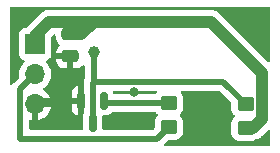
<source format=gbr>
%TF.GenerationSoftware,KiCad,Pcbnew,(6.0.2)*%
%TF.CreationDate,2022-03-07T20:12:54-06:00*%
%TF.ProjectId,bike_alarm,62696b65-5f61-46c6-9172-6d2e6b696361,rev?*%
%TF.SameCoordinates,Original*%
%TF.FileFunction,Copper,L1,Top*%
%TF.FilePolarity,Positive*%
%FSLAX46Y46*%
G04 Gerber Fmt 4.6, Leading zero omitted, Abs format (unit mm)*
G04 Created by KiCad (PCBNEW (6.0.2)) date 2022-03-07 20:12:54*
%MOMM*%
%LPD*%
G01*
G04 APERTURE LIST*
G04 Aperture macros list*
%AMRoundRect*
0 Rectangle with rounded corners*
0 $1 Rounding radius*
0 $2 $3 $4 $5 $6 $7 $8 $9 X,Y pos of 4 corners*
0 Add a 4 corners polygon primitive as box body*
4,1,4,$2,$3,$4,$5,$6,$7,$8,$9,$2,$3,0*
0 Add four circle primitives for the rounded corners*
1,1,$1+$1,$2,$3*
1,1,$1+$1,$4,$5*
1,1,$1+$1,$6,$7*
1,1,$1+$1,$8,$9*
0 Add four rect primitives between the rounded corners*
20,1,$1+$1,$2,$3,$4,$5,0*
20,1,$1+$1,$4,$5,$6,$7,0*
20,1,$1+$1,$6,$7,$8,$9,0*
20,1,$1+$1,$8,$9,$2,$3,0*%
G04 Aperture macros list end*
%TA.AperFunction,SMDPad,CuDef*%
%ADD10RoundRect,0.250000X0.450000X-0.350000X0.450000X0.350000X-0.450000X0.350000X-0.450000X-0.350000X0*%
%TD*%
%TA.AperFunction,SMDPad,CuDef*%
%ADD11RoundRect,0.250000X-0.475000X0.250000X-0.475000X-0.250000X0.475000X-0.250000X0.475000X0.250000X0*%
%TD*%
%TA.AperFunction,SMDPad,CuDef*%
%ADD12RoundRect,0.150000X-0.150000X0.587500X-0.150000X-0.587500X0.150000X-0.587500X0.150000X0.587500X0*%
%TD*%
%TA.AperFunction,ComponentPad*%
%ADD13R,1.700000X1.700000*%
%TD*%
%TA.AperFunction,ComponentPad*%
%ADD14O,1.700000X1.700000*%
%TD*%
%TA.AperFunction,ComponentPad*%
%ADD15C,1.000000*%
%TD*%
%TA.AperFunction,ViaPad*%
%ADD16C,0.800000*%
%TD*%
%TA.AperFunction,Conductor*%
%ADD17C,0.500000*%
%TD*%
%TA.AperFunction,Conductor*%
%ADD18C,1.000000*%
%TD*%
G04 APERTURE END LIST*
D10*
%TO.P,R2,1*%
%TO.N,+3V3*%
X138957000Y-88473000D03*
%TO.P,R2,2*%
%TO.N,Net-(Q1-Pad3)*%
X138957000Y-86473000D03*
%TD*%
%TO.P,R1,1*%
%TO.N,/ALARM_CTRL*%
X132461000Y-88392000D03*
%TO.P,R1,2*%
%TO.N,Net-(Q1-Pad1)*%
X132461000Y-86392000D03*
%TD*%
D11*
%TO.P,C1,1*%
%TO.N,+3V3*%
X124125000Y-80550000D03*
%TO.P,C1,2*%
%TO.N,GND*%
X124125000Y-82450000D03*
%TD*%
D12*
%TO.P,Q1,1,G*%
%TO.N,Net-(Q1-Pad1)*%
X126953000Y-86184500D03*
%TO.P,Q1,2,S*%
%TO.N,GND*%
X125053000Y-86184500D03*
%TO.P,Q1,3,D*%
%TO.N,Net-(Q1-Pad3)*%
X126003000Y-88059500D03*
%TD*%
D13*
%TO.P,J1,1,Pin_1*%
%TO.N,+3V3*%
X121158000Y-81407000D03*
D14*
%TO.P,J1,2,Pin_2*%
%TO.N,/ALARM_CTRL*%
X121158000Y-83947000D03*
%TO.P,J1,3,Pin_3*%
%TO.N,GND*%
X121158000Y-86487000D03*
%TD*%
D15*
%TO.P,Y1,1,1*%
%TO.N,Net-(Q1-Pad3)*%
X126111000Y-82042000D03*
%TO.P,Y1,2,2*%
%TO.N,+3V3*%
X126111000Y-79502000D03*
%TD*%
D16*
%TO.N,GND*%
X129540000Y-85471000D03*
X119761000Y-78867000D03*
X129540000Y-88011000D03*
X135636000Y-88138000D03*
%TD*%
D17*
%TO.N,Net-(Q1-Pad1)*%
X127160500Y-86392000D02*
X126953000Y-86184500D01*
X132461000Y-86392000D02*
X127160500Y-86392000D01*
%TO.N,GND*%
X121460500Y-86184500D02*
X121158000Y-86487000D01*
X125053000Y-86184500D02*
X121460500Y-86184500D01*
%TO.N,/ALARM_CTRL*%
X119858489Y-89378489D02*
X119888000Y-89408000D01*
X119888000Y-89408000D02*
X131445000Y-89408000D01*
X121158000Y-83947000D02*
X119858489Y-85246511D01*
X131445000Y-89408000D02*
X132461000Y-88392000D01*
X119858489Y-85246511D02*
X119858489Y-89378489D01*
D18*
%TO.N,+3V3*%
X140356520Y-83841520D02*
X140356520Y-87731480D01*
X126111000Y-79502000D02*
X136017000Y-79502000D01*
X121158000Y-80692000D02*
X122348000Y-79502000D01*
X139615000Y-88473000D02*
X138957000Y-88473000D01*
X124125000Y-80550000D02*
X125063000Y-80550000D01*
X126111000Y-79502000D02*
X122348000Y-79502000D01*
X121158000Y-81407000D02*
X121158000Y-80692000D01*
X140356520Y-87731480D02*
X139615000Y-88473000D01*
X125063000Y-80550000D02*
X126111000Y-79502000D01*
X136017000Y-79502000D02*
X140356520Y-83841520D01*
D17*
%TO.N,Net-(Q1-Pad3)*%
X126003000Y-88059500D02*
X126003000Y-84690000D01*
X126003000Y-84690000D02*
X126111000Y-84582000D01*
X126111000Y-84582000D02*
X126111000Y-82042000D01*
X137066000Y-84582000D02*
X138957000Y-86473000D01*
X126111000Y-84582000D02*
X137066000Y-84582000D01*
%TD*%
%TA.AperFunction,Conductor*%
%TO.N,GND*%
G36*
X136767750Y-85360502D02*
G01*
X136788724Y-85377405D01*
X137711595Y-86300276D01*
X137745621Y-86362588D01*
X137748500Y-86389371D01*
X137748500Y-86873400D01*
X137748837Y-86876646D01*
X137748837Y-86876650D01*
X137751612Y-86903389D01*
X137759474Y-86979166D01*
X137815450Y-87146946D01*
X137908522Y-87297348D01*
X137987961Y-87376648D01*
X137995109Y-87383784D01*
X138029188Y-87446066D01*
X138024185Y-87516886D01*
X137995264Y-87561975D01*
X137907695Y-87649697D01*
X137903855Y-87655927D01*
X137903854Y-87655928D01*
X137868655Y-87713032D01*
X137814885Y-87800262D01*
X137812581Y-87807209D01*
X137784228Y-87892692D01*
X137759203Y-87968139D01*
X137758503Y-87974975D01*
X137758502Y-87974978D01*
X137754091Y-88018031D01*
X137748500Y-88072600D01*
X137748500Y-88873400D01*
X137748837Y-88876646D01*
X137748837Y-88876650D01*
X137751612Y-88903389D01*
X137759474Y-88979166D01*
X137815450Y-89146946D01*
X137908522Y-89297348D01*
X137913704Y-89302521D01*
X137946536Y-89335296D01*
X138033697Y-89422305D01*
X138039927Y-89426145D01*
X138039928Y-89426146D01*
X138165223Y-89503379D01*
X138184262Y-89515115D01*
X138251465Y-89537405D01*
X138345611Y-89568632D01*
X138345613Y-89568632D01*
X138352139Y-89570797D01*
X138358975Y-89571497D01*
X138358978Y-89571498D01*
X138402031Y-89575909D01*
X138456600Y-89581500D01*
X139457400Y-89581500D01*
X139460646Y-89581163D01*
X139460650Y-89581163D01*
X139556308Y-89571238D01*
X139556312Y-89571237D01*
X139563166Y-89570526D01*
X139569702Y-89568345D01*
X139569704Y-89568345D01*
X139632372Y-89547437D01*
X139730946Y-89514550D01*
X139737167Y-89510700D01*
X139737172Y-89510698D01*
X139789624Y-89478240D01*
X139819502Y-89464765D01*
X139900834Y-89440209D01*
X139901967Y-89439874D01*
X139985414Y-89415630D01*
X139985418Y-89415628D01*
X139991336Y-89413909D01*
X139996068Y-89411456D01*
X140001169Y-89409916D01*
X140006612Y-89407022D01*
X140083260Y-89366269D01*
X140084426Y-89365657D01*
X140161453Y-89325729D01*
X140166926Y-89322892D01*
X140171089Y-89319569D01*
X140175796Y-89317066D01*
X140247918Y-89258245D01*
X140248774Y-89257554D01*
X140287973Y-89226262D01*
X140290477Y-89223758D01*
X140291195Y-89223116D01*
X140295528Y-89219415D01*
X140329062Y-89192065D01*
X140358291Y-89156733D01*
X140366272Y-89147963D01*
X140826905Y-88687330D01*
X140889217Y-88653305D01*
X140960032Y-88658369D01*
X141016868Y-88700916D01*
X141041679Y-88767436D01*
X141042000Y-88776425D01*
X141042000Y-89941000D01*
X141021998Y-90009121D01*
X140968342Y-90055614D01*
X140916000Y-90067000D01*
X132162871Y-90067000D01*
X132094750Y-90046998D01*
X132048257Y-89993342D01*
X132038153Y-89923068D01*
X132067647Y-89858488D01*
X132073776Y-89851905D01*
X132388276Y-89537405D01*
X132450588Y-89503379D01*
X132477371Y-89500500D01*
X132961400Y-89500500D01*
X132964646Y-89500163D01*
X132964650Y-89500163D01*
X133060308Y-89490238D01*
X133060312Y-89490237D01*
X133067166Y-89489526D01*
X133073702Y-89487345D01*
X133073704Y-89487345D01*
X133227998Y-89435868D01*
X133234946Y-89433550D01*
X133385348Y-89340478D01*
X133510305Y-89215303D01*
X133514146Y-89209072D01*
X133599275Y-89070968D01*
X133599276Y-89070966D01*
X133603115Y-89064738D01*
X133631498Y-88979166D01*
X133656632Y-88903389D01*
X133656632Y-88903387D01*
X133658797Y-88896861D01*
X133661536Y-88870134D01*
X133669172Y-88795598D01*
X133669500Y-88792400D01*
X133669500Y-87991600D01*
X133669163Y-87988350D01*
X133659238Y-87892692D01*
X133659237Y-87892688D01*
X133658526Y-87885834D01*
X133628748Y-87796577D01*
X133604868Y-87725002D01*
X133602550Y-87718054D01*
X133509478Y-87567652D01*
X133422891Y-87481216D01*
X133388812Y-87418934D01*
X133393815Y-87348114D01*
X133422736Y-87303025D01*
X133505134Y-87220483D01*
X133510305Y-87215303D01*
X133517033Y-87204388D01*
X133599275Y-87070968D01*
X133599276Y-87070966D01*
X133603115Y-87064738D01*
X133631498Y-86979166D01*
X133656632Y-86903389D01*
X133656632Y-86903387D01*
X133658797Y-86896861D01*
X133661536Y-86870134D01*
X133669172Y-86795598D01*
X133669500Y-86792400D01*
X133669500Y-85991600D01*
X133669163Y-85988350D01*
X133659238Y-85892692D01*
X133659237Y-85892688D01*
X133658526Y-85885834D01*
X133645842Y-85847814D01*
X133604868Y-85725002D01*
X133602550Y-85718054D01*
X133509478Y-85567652D01*
X133504296Y-85562479D01*
X133504292Y-85562474D01*
X133497479Y-85555673D01*
X133463399Y-85493391D01*
X133468402Y-85422571D01*
X133510899Y-85365698D01*
X133577397Y-85340829D01*
X133586496Y-85340500D01*
X136699629Y-85340500D01*
X136767750Y-85360502D01*
G37*
%TD.AperFunction*%
%TA.AperFunction,Conductor*%
G36*
X122809532Y-80570868D02*
G01*
X122866368Y-80613415D01*
X122891179Y-80679935D01*
X122891500Y-80688924D01*
X122891500Y-80850400D01*
X122902474Y-80956166D01*
X122958450Y-81123946D01*
X123051522Y-81274348D01*
X123176697Y-81399305D01*
X123181235Y-81402102D01*
X123221824Y-81459353D01*
X123225054Y-81530276D01*
X123189428Y-81591687D01*
X123180932Y-81599062D01*
X123170793Y-81607098D01*
X123056261Y-81721829D01*
X123047249Y-81733240D01*
X122962184Y-81871243D01*
X122956037Y-81884424D01*
X122904862Y-82038710D01*
X122901995Y-82052086D01*
X122892328Y-82146438D01*
X122892000Y-82152855D01*
X122892000Y-82177885D01*
X122896475Y-82193124D01*
X122897865Y-82194329D01*
X122905548Y-82196000D01*
X124253000Y-82196000D01*
X124321121Y-82216002D01*
X124367614Y-82269658D01*
X124379000Y-82322000D01*
X124379000Y-83439884D01*
X124383475Y-83455123D01*
X124384865Y-83456328D01*
X124392548Y-83457999D01*
X124647095Y-83457999D01*
X124653614Y-83457662D01*
X124749206Y-83447743D01*
X124762600Y-83444851D01*
X124916784Y-83393412D01*
X124929962Y-83387239D01*
X125067807Y-83301937D01*
X125079208Y-83292901D01*
X125137327Y-83234681D01*
X125199610Y-83200602D01*
X125270430Y-83205605D01*
X125327303Y-83248102D01*
X125352171Y-83314601D01*
X125352500Y-83323699D01*
X125352500Y-84262365D01*
X125340650Y-84315710D01*
X125322345Y-84354875D01*
X125320442Y-84358769D01*
X125287231Y-84423808D01*
X125285492Y-84430916D01*
X125283393Y-84436559D01*
X125281476Y-84442322D01*
X125278378Y-84448950D01*
X125276888Y-84456112D01*
X125276888Y-84456113D01*
X125263514Y-84520412D01*
X125262544Y-84524696D01*
X125245192Y-84595610D01*
X125244500Y-84606764D01*
X125244464Y-84606762D01*
X125244225Y-84610755D01*
X125243851Y-84614947D01*
X125242360Y-84622115D01*
X125242558Y-84629432D01*
X125244454Y-84699521D01*
X125244500Y-84702928D01*
X125244500Y-87188246D01*
X125239497Y-87223398D01*
X125205243Y-87341305D01*
X125197438Y-87368169D01*
X125196934Y-87374574D01*
X125196933Y-87374579D01*
X125194693Y-87403042D01*
X125194500Y-87405498D01*
X125194500Y-88523500D01*
X125174498Y-88591621D01*
X125120842Y-88638114D01*
X125068500Y-88649500D01*
X120742989Y-88649500D01*
X120674868Y-88629498D01*
X120628375Y-88575842D01*
X120616989Y-88523500D01*
X120616989Y-87916194D01*
X120636991Y-87848073D01*
X120690647Y-87801580D01*
X120760921Y-87791476D01*
X120778144Y-87795198D01*
X120782891Y-87796577D01*
X120886250Y-87817606D01*
X120900299Y-87816410D01*
X120904000Y-87806065D01*
X120904000Y-87805517D01*
X121412000Y-87805517D01*
X121416064Y-87819359D01*
X121429478Y-87821393D01*
X121436184Y-87820534D01*
X121446262Y-87818392D01*
X121650255Y-87757191D01*
X121659842Y-87753433D01*
X121851095Y-87659739D01*
X121859945Y-87654464D01*
X122033328Y-87530792D01*
X122041200Y-87524139D01*
X122192052Y-87373812D01*
X122198730Y-87365965D01*
X122323003Y-87193020D01*
X122328313Y-87184183D01*
X122422670Y-86993267D01*
X122426469Y-86983672D01*
X122471340Y-86835984D01*
X124245001Y-86835984D01*
X124245195Y-86840920D01*
X124247430Y-86869336D01*
X124249730Y-86881931D01*
X124292107Y-87027790D01*
X124298352Y-87042221D01*
X124374911Y-87171678D01*
X124384551Y-87184104D01*
X124490896Y-87290449D01*
X124503322Y-87300089D01*
X124632779Y-87376648D01*
X124647210Y-87382893D01*
X124781605Y-87421939D01*
X124795706Y-87421899D01*
X124799000Y-87414630D01*
X124799000Y-86456615D01*
X124794525Y-86441376D01*
X124793135Y-86440171D01*
X124785452Y-86438500D01*
X124263116Y-86438500D01*
X124247877Y-86442975D01*
X124246672Y-86444365D01*
X124245001Y-86452048D01*
X124245001Y-86835984D01*
X122471340Y-86835984D01*
X122488377Y-86779910D01*
X122490555Y-86769837D01*
X122491986Y-86758962D01*
X122489775Y-86744778D01*
X122476617Y-86741000D01*
X121430115Y-86741000D01*
X121414876Y-86745475D01*
X121413671Y-86746865D01*
X121412000Y-86754548D01*
X121412000Y-87805517D01*
X120904000Y-87805517D01*
X120904000Y-86359000D01*
X120924002Y-86290879D01*
X120977658Y-86244386D01*
X121030000Y-86233000D01*
X122476344Y-86233000D01*
X122489875Y-86229027D01*
X122491180Y-86219947D01*
X122449214Y-86052875D01*
X122445894Y-86043124D01*
X122389048Y-85912385D01*
X124245000Y-85912385D01*
X124249475Y-85927624D01*
X124250865Y-85928829D01*
X124258548Y-85930500D01*
X124780885Y-85930500D01*
X124796124Y-85926025D01*
X124797329Y-85924635D01*
X124799000Y-85916952D01*
X124799000Y-84960122D01*
X124795027Y-84946591D01*
X124787129Y-84945456D01*
X124647210Y-84986107D01*
X124632779Y-84992352D01*
X124503322Y-85068911D01*
X124490896Y-85078551D01*
X124384551Y-85184896D01*
X124374911Y-85197322D01*
X124298352Y-85326779D01*
X124292107Y-85341210D01*
X124249731Y-85487065D01*
X124247430Y-85499667D01*
X124245193Y-85528084D01*
X124245000Y-85533014D01*
X124245000Y-85912385D01*
X122389048Y-85912385D01*
X122360972Y-85847814D01*
X122356105Y-85838739D01*
X122240426Y-85659926D01*
X122234136Y-85651757D01*
X122090806Y-85494240D01*
X122083273Y-85487215D01*
X121916139Y-85355222D01*
X121907556Y-85349520D01*
X121870602Y-85329120D01*
X121820631Y-85278687D01*
X121805859Y-85209245D01*
X121830975Y-85142839D01*
X121858327Y-85116232D01*
X121881797Y-85099491D01*
X122037860Y-84988173D01*
X122045742Y-84980319D01*
X122181306Y-84845227D01*
X122196096Y-84830489D01*
X122326453Y-84649077D01*
X122339779Y-84622115D01*
X122423136Y-84453453D01*
X122423137Y-84453451D01*
X122425430Y-84448811D01*
X122490370Y-84235069D01*
X122519529Y-84013590D01*
X122519975Y-83995350D01*
X122521074Y-83950365D01*
X122521074Y-83950361D01*
X122521156Y-83947000D01*
X122502852Y-83724361D01*
X122448431Y-83507702D01*
X122359354Y-83302840D01*
X122238014Y-83115277D01*
X122234532Y-83111450D01*
X122090798Y-82953488D01*
X122059746Y-82889642D01*
X122068141Y-82819143D01*
X122113317Y-82764375D01*
X122139761Y-82750706D01*
X122149393Y-82747095D01*
X122892001Y-82747095D01*
X122892338Y-82753610D01*
X122902257Y-82849206D01*
X122905149Y-82862600D01*
X122956588Y-83016784D01*
X122962761Y-83029962D01*
X123048063Y-83167807D01*
X123057099Y-83179208D01*
X123171829Y-83293739D01*
X123183240Y-83302751D01*
X123321243Y-83387816D01*
X123334424Y-83393963D01*
X123488710Y-83445138D01*
X123502086Y-83448005D01*
X123596438Y-83457672D01*
X123602854Y-83458000D01*
X123852885Y-83458000D01*
X123868124Y-83453525D01*
X123869329Y-83452135D01*
X123871000Y-83444452D01*
X123871000Y-82722115D01*
X123866525Y-82706876D01*
X123865135Y-82705671D01*
X123857452Y-82704000D01*
X122910116Y-82704000D01*
X122894877Y-82708475D01*
X122893672Y-82709865D01*
X122892001Y-82717548D01*
X122892001Y-82747095D01*
X122149393Y-82747095D01*
X122246297Y-82710767D01*
X122254705Y-82707615D01*
X122371261Y-82620261D01*
X122458615Y-82503705D01*
X122509745Y-82367316D01*
X122516500Y-82305134D01*
X122516500Y-80811924D01*
X122536502Y-80743803D01*
X122553405Y-80722829D01*
X122676405Y-80599829D01*
X122738717Y-80565803D01*
X122809532Y-80570868D01*
G37*
%TD.AperFunction*%
%TA.AperFunction,Conductor*%
G36*
X131369693Y-87170502D02*
G01*
X131403495Y-87204888D01*
X131404125Y-87204388D01*
X131408668Y-87210120D01*
X131412522Y-87216348D01*
X131498846Y-87302521D01*
X131499109Y-87302784D01*
X131533188Y-87365066D01*
X131528185Y-87435886D01*
X131499264Y-87480975D01*
X131491873Y-87488379D01*
X131411695Y-87568697D01*
X131407855Y-87574927D01*
X131407854Y-87574928D01*
X131355576Y-87659739D01*
X131318885Y-87719262D01*
X131316581Y-87726209D01*
X131276161Y-87848073D01*
X131263203Y-87887139D01*
X131252500Y-87991600D01*
X131252500Y-88475629D01*
X131232498Y-88543750D01*
X131215595Y-88564724D01*
X131167724Y-88612595D01*
X131105412Y-88646621D01*
X131078629Y-88649500D01*
X126937500Y-88649500D01*
X126869379Y-88629498D01*
X126822886Y-88575842D01*
X126811500Y-88523500D01*
X126811500Y-87556500D01*
X126831502Y-87488379D01*
X126885158Y-87441886D01*
X126937500Y-87430500D01*
X127169502Y-87430500D01*
X127171950Y-87430307D01*
X127171958Y-87430307D01*
X127200421Y-87428067D01*
X127200426Y-87428066D01*
X127206831Y-87427562D01*
X127306769Y-87398528D01*
X127358988Y-87383357D01*
X127358990Y-87383356D01*
X127366601Y-87381145D01*
X127435365Y-87340478D01*
X127502980Y-87300491D01*
X127502983Y-87300489D01*
X127509807Y-87296453D01*
X127618855Y-87187405D01*
X127681167Y-87153379D01*
X127707950Y-87150500D01*
X131301572Y-87150500D01*
X131369693Y-87170502D01*
G37*
%TD.AperFunction*%
%TA.AperFunction,Conductor*%
G36*
X131403799Y-85360502D02*
G01*
X131450292Y-85414158D01*
X131460396Y-85484432D01*
X131430902Y-85549012D01*
X131424851Y-85555518D01*
X131411695Y-85568697D01*
X131407854Y-85574928D01*
X131403317Y-85580673D01*
X131401987Y-85579623D01*
X131355893Y-85621108D01*
X131301403Y-85633500D01*
X127886080Y-85633500D01*
X127817959Y-85613498D01*
X127771466Y-85559842D01*
X127760468Y-85517386D01*
X127759067Y-85499582D01*
X127759067Y-85499579D01*
X127758562Y-85493169D01*
X127757221Y-85488552D01*
X127764597Y-85418531D01*
X127809028Y-85363155D01*
X127881109Y-85340500D01*
X131335678Y-85340500D01*
X131403799Y-85360502D01*
G37*
%TD.AperFunction*%
%TA.AperFunction,Conductor*%
G36*
X140984121Y-78253002D02*
G01*
X141030614Y-78306658D01*
X141042000Y-78359000D01*
X141042000Y-82796575D01*
X141021998Y-82864696D01*
X140968342Y-82911189D01*
X140898068Y-82921293D01*
X140833488Y-82891799D01*
X140826905Y-82885670D01*
X136773855Y-78832621D01*
X136764753Y-78822478D01*
X136744897Y-78797782D01*
X136741032Y-78792975D01*
X136702578Y-78760708D01*
X136698931Y-78757528D01*
X136697119Y-78755885D01*
X136694925Y-78753691D01*
X136661651Y-78726358D01*
X136660853Y-78725696D01*
X136589526Y-78665846D01*
X136584856Y-78663278D01*
X136580739Y-78659897D01*
X136498914Y-78616023D01*
X136497755Y-78615394D01*
X136421619Y-78573538D01*
X136421611Y-78573535D01*
X136416213Y-78570567D01*
X136411131Y-78568955D01*
X136406437Y-78566438D01*
X136317469Y-78539238D01*
X136316441Y-78538918D01*
X136227694Y-78510765D01*
X136222398Y-78510171D01*
X136217302Y-78508613D01*
X136124743Y-78499210D01*
X136123607Y-78499089D01*
X136089992Y-78495319D01*
X136077270Y-78493892D01*
X136077266Y-78493892D01*
X136073773Y-78493500D01*
X136070246Y-78493500D01*
X136069261Y-78493445D01*
X136063581Y-78492998D01*
X136034175Y-78490011D01*
X136026663Y-78489248D01*
X136026661Y-78489248D01*
X136020538Y-78488626D01*
X135978259Y-78492623D01*
X135974891Y-78492941D01*
X135963033Y-78493500D01*
X126172843Y-78493500D01*
X126159236Y-78492763D01*
X126149266Y-78491680D01*
X126121612Y-78488676D01*
X126119843Y-78488831D01*
X126118075Y-78488645D01*
X126070430Y-78492981D01*
X126059010Y-78493500D01*
X122409842Y-78493500D01*
X122396235Y-78492763D01*
X122364737Y-78489341D01*
X122364732Y-78489341D01*
X122358611Y-78488676D01*
X122340611Y-78490251D01*
X122308609Y-78493050D01*
X122303784Y-78493379D01*
X122301313Y-78493500D01*
X122298231Y-78493500D01*
X122275763Y-78495703D01*
X122255489Y-78497691D01*
X122254174Y-78497813D01*
X122221913Y-78500636D01*
X122161587Y-78505913D01*
X122156468Y-78507400D01*
X122151167Y-78507920D01*
X122062166Y-78534791D01*
X122061033Y-78535126D01*
X121977586Y-78559370D01*
X121977582Y-78559372D01*
X121971664Y-78561091D01*
X121966932Y-78563544D01*
X121961831Y-78565084D01*
X121956388Y-78567978D01*
X121879740Y-78608731D01*
X121878574Y-78609343D01*
X121801547Y-78649271D01*
X121796074Y-78652108D01*
X121791911Y-78655431D01*
X121787204Y-78657934D01*
X121715082Y-78716755D01*
X121714226Y-78717446D01*
X121675027Y-78748738D01*
X121672523Y-78751242D01*
X121671805Y-78751884D01*
X121667472Y-78755585D01*
X121633938Y-78782935D01*
X121630011Y-78787682D01*
X121630009Y-78787684D01*
X121604713Y-78818262D01*
X121596723Y-78827042D01*
X120488621Y-79935145D01*
X120478478Y-79944247D01*
X120448975Y-79967968D01*
X120419166Y-80003493D01*
X120360060Y-80042817D01*
X120322647Y-80048500D01*
X120259866Y-80048500D01*
X120197684Y-80055255D01*
X120061295Y-80106385D01*
X119944739Y-80193739D01*
X119857385Y-80310295D01*
X119806255Y-80446684D01*
X119799500Y-80508866D01*
X119799500Y-82305134D01*
X119806255Y-82367316D01*
X119857385Y-82503705D01*
X119944739Y-82620261D01*
X120061295Y-82707615D01*
X120069704Y-82710767D01*
X120069705Y-82710768D01*
X120178451Y-82751535D01*
X120235216Y-82794176D01*
X120259916Y-82860738D01*
X120244709Y-82930087D01*
X120225316Y-82956568D01*
X120098629Y-83089138D01*
X119972743Y-83273680D01*
X119957003Y-83307590D01*
X119887342Y-83457662D01*
X119878688Y-83476305D01*
X119818989Y-83691570D01*
X119795251Y-83913695D01*
X119795548Y-83918848D01*
X119795548Y-83918851D01*
X119799877Y-83993928D01*
X119808110Y-84136715D01*
X119809247Y-84141760D01*
X119809966Y-84146877D01*
X119808518Y-84147081D01*
X119804398Y-84211274D01*
X119775119Y-84257200D01*
X119369578Y-84662741D01*
X119355166Y-84675127D01*
X119343571Y-84683660D01*
X119343566Y-84683665D01*
X119337671Y-84688003D01*
X119332932Y-84693581D01*
X119332929Y-84693584D01*
X119303454Y-84728279D01*
X119296524Y-84735795D01*
X119290829Y-84741490D01*
X119288549Y-84744372D01*
X119273208Y-84763762D01*
X119270417Y-84767166D01*
X119269223Y-84768572D01*
X119223156Y-84822796D01*
X119219827Y-84829315D01*
X119216459Y-84834365D01*
X119216202Y-84834781D01*
X119216151Y-84834827D01*
X119215766Y-84835404D01*
X119215618Y-84835305D01*
X119214717Y-84836115D01*
X119209354Y-84844469D01*
X119208776Y-84845200D01*
X119206557Y-84843446D01*
X119163389Y-84882229D01*
X119093308Y-84893591D01*
X119028208Y-84865261D01*
X118988760Y-84806232D01*
X118983000Y-84768572D01*
X118983000Y-78359000D01*
X119003002Y-78290879D01*
X119056658Y-78244386D01*
X119109000Y-78233000D01*
X140916000Y-78233000D01*
X140984121Y-78253002D01*
G37*
%TD.AperFunction*%
%TD*%
M02*

</source>
